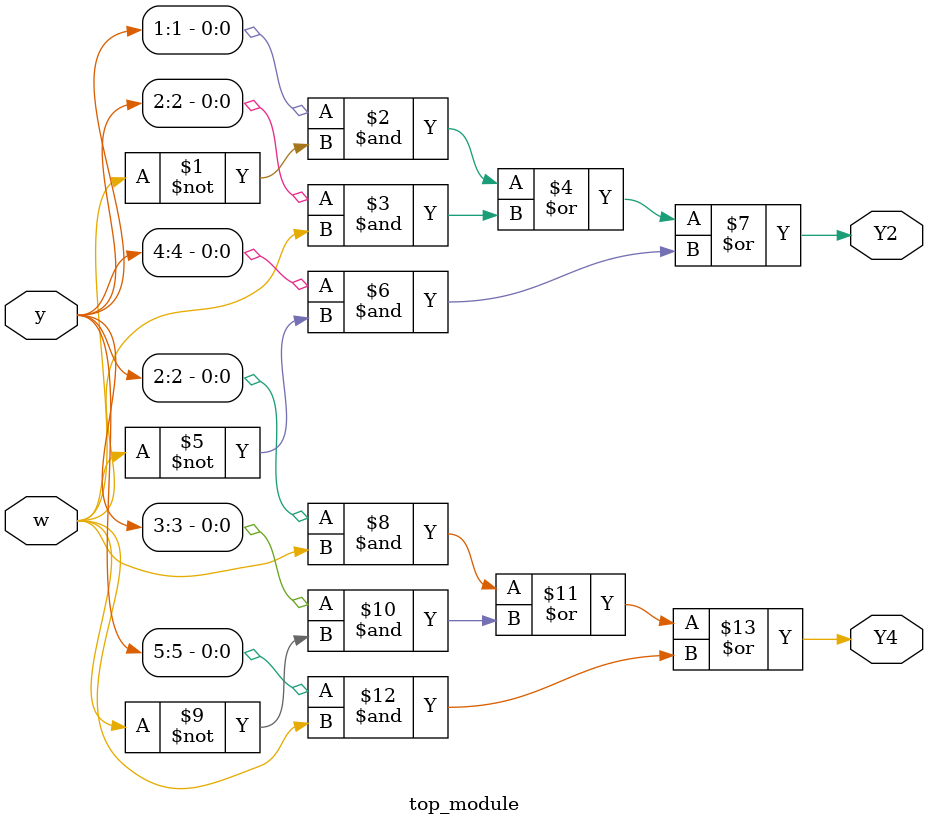
<source format=sv>
module top_module (
    input [6:1] y,
    input w,
    output Y2,
    output Y4
);

// Next-state logic for y[2]
assign Y2 = (y[1] & ~w) | (y[2] & w) | (y[4] & ~w);

// Next-state logic for y[4]
assign Y4 = (y[2] & w) | (y[3] & ~w) | (y[5] & w);

endmodule

</source>
